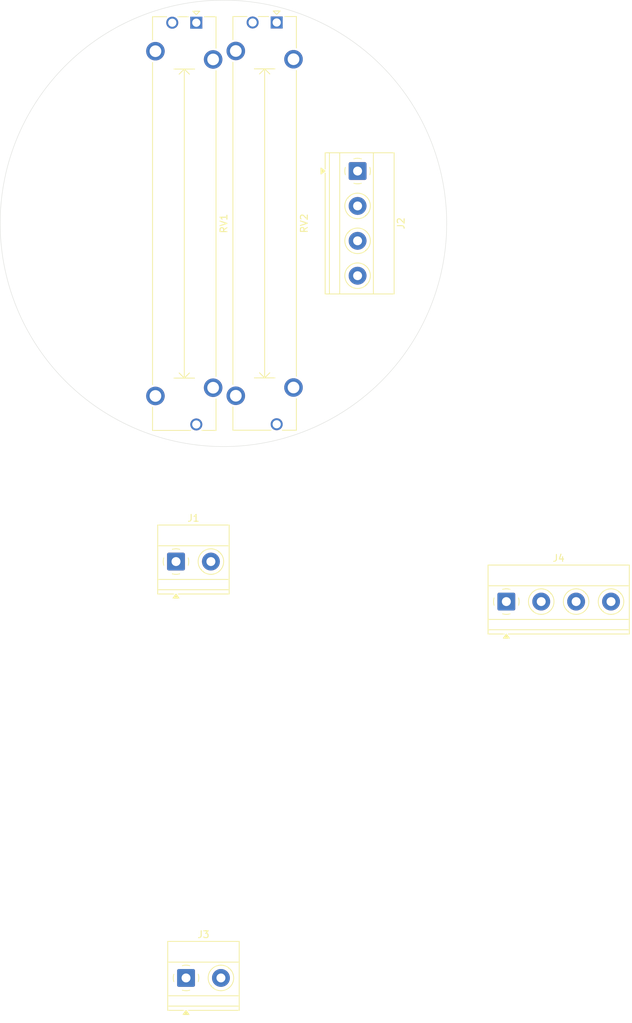
<source format=kicad_pcb>
(kicad_pcb (version 20241229) (generator "pcbnew") (generator_version "9.0")
  (layers (0 "F.Cu" signal) (2 "B.Cu" signal) (13 "F.Paste" user) (15 "B.Paste" user) (5 "F.SilkS" user "F.Silkscreen") (7 "B.SilkS" user "B.Silkscreen") (1 "F.Mask" user) (3 "B.Mask" user) (25 "Edge.Cuts" user))
  (net 0 "")
  (net 1 "+24V")
  (net 2 "Net-(J1-Pin_2)")
  (net 3 "Net-(J2-Pin_1)")
  (net 4 "Net-(J2-Pin_2)")
  (net 5 "Net-(J2-Pin_4)")
  (net 6 "Net-(J2-Pin_3)")
  (footprint "Potentiometer_THT:Potentiometer_Bourns_PTA4543_Single_Slide" (layer "F.Cu") (at 125.45 38.35 -90)
    (property "Reference" "RV2" (at 29.25 -4 90) (layer "F.SilkS"))
    (property "Value" "10k")
    (fp_line (start -0.87 6.37) (end 2.515 6.37) (stroke (width 0.12)) (layer "F.SilkS"))
    (fp_line (start 5.786 6.37) (end 52.715 6.37) (stroke (width 0.12)) (layer "F.SilkS"))
    (fp_line (start 55.986 6.37) (end 59.37 6.37) (stroke (width 0.12)) (layer "F.SilkS"))
    (fp_line (start -0.87 4.323) (end -0.87 6.37) (stroke (width 0.12)) (layer "F.SilkS"))
    (fp_line (start 6.75 1.75) (end 7.5 2.5) (stroke (width 0.12)) (layer "F.SilkS"))
    (fp_line (start 6.75 1.75) (end 51.75 1.75) (stroke (width 0.12)) (layer "F.SilkS"))
    (fp_line (start 51.75 1.75) (end 51 2.5) (stroke (width 0.12)) (layer "F.SilkS"))
    (fp_line (start -0.87 1.175) (end -0.87 2.678) (stroke (width 0.12)) (layer "F.SilkS"))
    (fp_line (start 7.5 1) (end 6.75 1.75) (stroke (width 0.12)) (layer "F.SilkS"))
    (fp_line (start 51 1) (end 51.75 1.75) (stroke (width 0.12)) (layer "F.SilkS"))
    (fp_line (start 59.37 0.823) (end 59.37 6.37) (stroke (width 0.12)) (layer "F.SilkS"))
    (fp_line (start -1.675 0.5) (end -1.175 0) (stroke (width 0.12)) (layer "F.SilkS"))
    (fp_line (start 6.75 0.25) (end 6.75 3.25) (stroke (width 0.12)) (layer "F.SilkS"))
    (fp_line (start 51.75 0.25) (end 51.75 3.25) (stroke (width 0.12)) (layer "F.SilkS"))
    (fp_line (start -1.175 0) (end -1.675 -0.5) (stroke (width 0.12)) (layer "F.SilkS"))
    (fp_line (start -1.675 -0.5) (end -1.675 0.5) (stroke (width 0.12)) (layer "F.SilkS"))
    (fp_line (start -0.87 -2.87) (end -0.87 -1.175) (stroke (width 0.12)) (layer "F.SilkS"))
    (fp_line (start -0.87 -2.87) (end 3.715 -2.87) (stroke (width 0.12)) (layer "F.SilkS"))
    (fp_line (start 6.986 -2.87) (end 51.515 -2.87) (stroke (width 0.12)) (layer "F.SilkS"))
    (fp_line (start 54.786 -2.87) (end 59.37 -2.87) (stroke (width 0.12)) (layer "F.SilkS"))
    (fp_line (start 59.37 -2.87) (end 59.37 -0.823) (stroke (width 0.12)) (layer "F.SilkS"))
    (pad "1" thru_hole rect (at 0 0 270) (size 1.75 1.75) (drill 1.2) (layers "*.Cu" "*.Mask") (net 5 "Net-(J2-Pin_4)"))
    (pad "2" thru_hole circle (at 0 3.5 270) (size 1.75 1.75) (drill 1.2) (layers "*.Cu" "*.Mask") (net 4 "Net-(J2-Pin_2)"))
    (pad "3" thru_hole circle (at 58.5 0 270) (size 1.75 1.75) (drill 1.2) (layers "*.Cu" "*.Mask") (net 3 "Net-(J2-Pin_1)"))
    (pad "MP" thru_hole circle (at 4.15 5.95 270) (size 2.7 2.7) (drill 1.7) (layers "*.Cu" "*.Mask") (net 3 "Net-(J2-Pin_1)"))
    (pad "MP" thru_hole circle (at 5.35 -2.45 270) (size 2.7 2.7) (drill 1.7) (layers "*.Cu" "*.Mask") (net 3 "Net-(J2-Pin_1)"))
    (pad "MP" thru_hole circle (at 53.15 -2.45 270) (size 2.7 2.7) (drill 1.7) (layers "*.Cu" "*.Mask") (net 3 "Net-(J2-Pin_1)"))
    (pad "MP" thru_hole circle (at 54.35 5.95 270) (size 2.7 2.7) (drill 1.7) (layers "*.Cu" "*.Mask") (net 3 "Net-(J2-Pin_1)"))
  )
  (footprint "TerminalBlock_Phoenix:TerminalBlock_Phoenix_MKDS-1,5-4-5.08_1x04_P5.08mm_Horizontal" (layer "F.Cu") (at 137.2275 59.98 -90)
    (property "Reference" "J2" (at 7.62 -6.32 90) (layer "F.SilkS"))
    (property "Value" "toDriverBoard")
    (fp_line (start -2.66 4.72) (end -0.3 4.72) (stroke (width 0.12)) (layer "F.SilkS"))
    (fp_line (start 0.3 4.72) (end 17.9 4.72) (stroke (width 0.12)) (layer "F.SilkS"))
    (fp_line (start -2.66 4.1) (end 17.9 4.1) (stroke (width 0.12)) (layer "F.SilkS"))
    (fp_line (start -2.66 2.6) (end 17.9 2.6) (stroke (width 0.12)) (layer "F.SilkS"))
    (fp_line (start 3.94 1.367) (end 3.896 1.41) (stroke (width 0.12)) (layer "F.SilkS"))
    (fp_line (start 9.02 1.367) (end 8.976 1.41) (stroke (width 0.12)) (layer "F.SilkS"))
    (fp_line (start 14.1 1.367) (end 14.056 1.41) (stroke (width 0.12)) (layer "F.SilkS"))
    (fp_line (start 3.713 1.14) (end 3.669 1.183) (stroke (width 0.12)) (layer "F.SilkS"))
    (fp_line (start 8.793 1.14) (end 8.749 1.183) (stroke (width 0.12)) (layer "F.SilkS"))
    (fp_line (start 13.873 1.14) (end 13.829 1.183) (stroke (width 0.12)) (layer "F.SilkS"))
    (fp_line (start 6.491 -1.184) (end 6.447 -1.14) (stroke (width 0.12)) (layer "F.SilkS"))
    (fp_line (start 11.571 -1.184) (end 11.527 -1.14) (stroke (width 0.12)) (layer "F.SilkS"))
    (fp_line (start 16.651 -1.184) (end 16.607 -1.14) (stroke (width 0.12)) (layer "F.SilkS"))
    (fp_line (start 6.264 -1.411) (end 6.22 -1.367) (stroke (width 0.12)) (layer "F.SilkS"))
    (fp_line (start 11.344 -1.411) (end 11.3 -1.367) (stroke (width 0.12)) (layer "F.SilkS"))
    (fp_line (start 16.424 -1.411) (end 16.38 -1.367) (stroke (width 0.12)) (layer "F.SilkS"))
    (fp_line (start -2.66 -2.3) (end 17.9 -2.3) (stroke (width 0.12)) (layer "F.SilkS"))
    (fp_line (start -2.66 -5.32) (end -2.66 4.72) (stroke (width 0.12)) (layer "F.SilkS"))
    (fp_line (start -2.66 -5.32) (end 17.9 -5.32) (stroke (width 0.12)) (layer "F.SilkS"))
    (fp_line (start 17.9 -5.32) (end 17.9 4.72) (stroke (width 0.12)) (layer "F.SilkS"))
    (fp_arc (start 0.54 1.78) (mid 0.000355 1.860107) (end -0.539321 1.780206) (stroke (width 0.12)) (layer "F.SilkS"))
    (fp_arc (start -1.78 0.54) (mid -1.860107 0.000355) (end -1.780206 -0.539321) (stroke (width 0.12)) (layer "F.SilkS"))
    (fp_arc (start 1.78 -0.54) (mid 1.860107 -0.000355) (end 1.780206 0.539321) (stroke (width 0.12)) (layer "F.SilkS"))
    (fp_arc (start -0.54 -1.78) (mid -0.000355 -1.860107) (end 0.539321 -1.780206) (stroke (width 0.12)) (layer "F.SilkS"))
    (fp_circle (center 5.08 0) (end 6.94 0) (stroke (width 0.12)) (fill no) (layer "F.SilkS"))
    (fp_circle (center 10.16 0) (end 12.02 0) (stroke (width 0.12)) (fill no) (layer "F.SilkS"))
    (fp_circle (center 15.24 0) (end 17.1 0) (stroke (width 0.12)) (fill no) (layer "F.SilkS"))
    (fp_poly (pts (xy 0 4.72) (xy 0.44 5.33) (xy -0.44 5.33) (xy 0 4.72)) (stroke (width 0.12)) (fill yes) (layer "F.SilkS"))
    (pad "1" thru_hole roundrect (at 0 0 270) (size 2.6 2.6) (drill 1.3) (layers "*.Cu" "*.Mask") (roundrect_rratio 0.096154) (net 3 "Net-(J2-Pin_1)"))
    (pad "2" thru_hole circle (at 5.08 0 270) (size 2.6 2.6) (drill 1.3) (layers "*.Cu" "*.Mask") (net 4 "Net-(J2-Pin_2)"))
    (pad "3" thru_hole circle (at 10.16 0 270) (size 2.6 2.6) (drill 1.3) (layers "*.Cu" "*.Mask") (net 6 "Net-(J2-Pin_3)"))
    (pad "4" thru_hole circle (at 15.24 0 270) (size 2.6 2.6) (drill 1.3) (layers "*.Cu" "*.Mask") (net 5 "Net-(J2-Pin_4)"))
  )
  (footprint "TerminalBlock_Phoenix:TerminalBlock_Phoenix_MKDS-1,5-4-5.08_1x04_P5.08mm_Horizontal" (layer "F.Cu") (at 158.88 122.6725)
    (property "Reference" "J4" (at 7.62 -6.32 0) (layer "F.SilkS"))
    (property "Value" "fromPotmeter")
    (fp_line (start -2.66 -5.32) (end -2.66 4.72) (stroke (width 0.12)) (layer "F.SilkS"))
    (fp_line (start -2.66 -5.32) (end 17.9 -5.32) (stroke (width 0.12)) (layer "F.SilkS"))
    (fp_line (start -2.66 -2.3) (end 17.9 -2.3) (stroke (width 0.12)) (layer "F.SilkS"))
    (fp_line (start -2.66 2.6) (end 17.9 2.6) (stroke (width 0.12)) (layer "F.SilkS"))
    (fp_line (start -2.66 4.1) (end 17.9 4.1) (stroke (width 0.12)) (layer "F.SilkS"))
    (fp_line (start -2.66 4.72) (end -0.3 4.72) (stroke (width 0.12)) (layer "F.SilkS"))
    (fp_line (start 0.3 4.72) (end 17.9 4.72) (stroke (width 0.12)) (layer "F.SilkS"))
    (fp_line (start 3.713 1.14) (end 3.669 1.183) (stroke (width 0.12)) (layer "F.SilkS"))
    (fp_line (start 3.94 1.367) (end 3.896 1.41) (stroke (width 0.12)) (layer "F.SilkS"))
    (fp_line (start 6.264 -1.411) (end 6.22 -1.367) (stroke (width 0.12)) (layer "F.SilkS"))
    (fp_line (start 6.491 -1.184) (end 6.447 -1.14) (stroke (width 0.12)) (layer "F.SilkS"))
    (fp_line (start 8.793 1.14) (end 8.749 1.183) (stroke (width 0.12)) (layer "F.SilkS"))
    (fp_line (start 9.02 1.367) (end 8.976 1.41) (stroke (width 0.12)) (layer "F.SilkS"))
    (fp_line (start 11.344 -1.411) (end 11.3 -1.367) (stroke (width 0.12)) (layer "F.SilkS"))
    (fp_line (start 11.571 -1.184) (end 11.527 -1.14) (stroke (width 0.12)) (layer "F.SilkS"))
    (fp_line (start 13.873 1.14) (end 13.829 1.183) (stroke (width 0.12)) (layer "F.SilkS"))
    (fp_line (start 14.1 1.367) (end 14.056 1.41) (stroke (width 0.12)) (layer "F.SilkS"))
    (fp_line (start 16.424 -1.411) (end 16.38 -1.367) (stroke (width 0.12)) (layer "F.SilkS"))
    (fp_line (start 16.651 -1.184) (end 16.607 -1.14) (stroke (width 0.12)) (layer "F.SilkS"))
    (fp_line (start 17.9 -5.32) (end 17.9 4.72) (stroke (width 0.12)) (layer "F.SilkS"))
    (fp_arc (start -1.78 0.54) (mid -1.860107 0.000355) (end -1.780206 -0.539321) (stroke (width 0.12)) (layer "F.SilkS"))
    (fp_arc (start -0.54 -1.78) (mid -0.000355 -1.860107) (end 0.539321 -1.780206) (stroke (width 0.12)) (layer "F.SilkS"))
    (fp_arc (start 0.54 1.78) (mid 0.000355 1.860107) (end -0.539321 1.780206) (stroke (width 0.12)) (layer "F.SilkS"))
    (fp_arc (start 1.78 -0.54) (mid 1.860107 -0.000355) (end 1.780206 0.539321) (stroke (width 0.12)) (layer "F.SilkS"))
    (fp_circle (center 5.08 0) (end 6.94 0) (stroke (width 0.12)) (fill no) (layer "F.SilkS"))
    (fp_circle (center 10.16 0) (end 12.02 0) (stroke (width 0.12)) (fill no) (layer "F.SilkS"))
    (fp_circle (center 15.24 0) (end 17.1 0) (stroke (width 0.12)) (fill no) (layer "F.SilkS"))
    (fp_poly (pts (xy 0 4.72) (xy 0.44 5.33) (xy -0.44 5.33) (xy 0 4.72)) (stroke (width 0.12)) (fill yes) (layer "F.SilkS"))
    (pad "1" thru_hole roundrect (at 0 0) (size 2.6 2.6) (drill 1.3) (layers "*.Cu" "*.Mask") (roundrect_rratio 0.096154) (net 3 "Net-(J2-Pin_1)"))
    (pad "2" thru_hole circle (at 5.08 0) (size 2.6 2.6) (drill 1.3) (layers "*.Cu" "*.Mask") (net 4 "Net-(J2-Pin_2)"))
    (pad "3" thru_hole circle (at 10.16 0) (size 2.6 2.6) (drill 1.3) (layers "*.Cu" "*.Mask") (net 6 "Net-(J2-Pin_3)"))
    (pad "4" thru_hole circle (at 15.24 0) (size 2.6 2.6) (drill 1.3) (layers "*.Cu" "*.Mask") (net 5 "Net-(J2-Pin_4)"))
  )
  (footprint "TerminalBlock_Phoenix:TerminalBlock_Phoenix_MKDS-1,5-2-5.08_1x02_P5.08mm_Horizontal" (layer "F.Cu") (at 110.795 116.845)
    (property "Reference" "J1" (at 2.54 -6.32 0) (layer "F.SilkS"))
    (property "Value" "FromConverter")
    (fp_line (start -2.66 -5.32) (end -2.66 4.72) (stroke (width 0.12)) (layer "F.SilkS"))
    (fp_line (start -2.66 -5.32) (end 7.74 -5.32) (stroke (width 0.12)) (layer "F.SilkS"))
    (fp_line (start -2.66 -2.3) (end 7.74 -2.3) (stroke (width 0.12)) (layer "F.SilkS"))
    (fp_line (start -2.66 2.6) (end 7.74 2.6) (stroke (width 0.12)) (layer "F.SilkS"))
    (fp_line (start -2.66 4.1) (end 7.74 4.1) (stroke (width 0.12)) (layer "F.SilkS"))
    (fp_line (start -2.66 4.72) (end -0.3 4.72) (stroke (width 0.12)) (layer "F.SilkS"))
    (fp_line (start 0.3 4.72) (end 7.74 4.72) (stroke (width 0.12)) (layer "F.SilkS"))
    (fp_line (start 3.713 1.14) (end 3.669 1.183) (stroke (width 0.12)) (layer "F.SilkS"))
    (fp_line (start 3.94 1.367) (end 3.896 1.41) (stroke (width 0.12)) (layer "F.SilkS"))
    (fp_line (start 6.264 -1.411) (end 6.22 -1.367) (stroke (width 0.12)) (layer "F.SilkS"))
    (fp_line (start 6.491 -1.184) (end 6.447 -1.14) (stroke (width 0.12)) (layer "F.SilkS"))
    (fp_line (start 7.74 -5.32) (end 7.74 4.72) (stroke (width 0.12)) (layer "F.SilkS"))
    (fp_arc (start -1.78 0.54) (mid -1.860107 0.000355) (end -1.780206 -0.539321) (stroke (width 0.12)) (layer "F.SilkS"))
    (fp_arc (start -0.54 -1.78) (mid -0.000355 -1.860107) (end 0.539321 -1.780206) (stroke (width 0.12)) (layer "F.SilkS"))
    (fp_arc (start 0.54 1.78) (mid 0.000355 1.860107) (end -0.539321 1.780206) (stroke (width 0.12)) (layer "F.SilkS"))
    (fp_arc (start 1.78 -0.54) (mid 1.860107 -0.000355) (end 1.780206 0.539321) (stroke (width 0.12)) (layer "F.SilkS"))
    (fp_circle (center 5.08 0) (end 6.94 0) (stroke (width 0.12)) (fill no) (layer "F.SilkS"))
    (fp_poly (pts (xy 0 4.72) (xy 0.44 5.33) (xy -0.44 5.33) (xy 0 4.72)) (stroke (width 0.12)) (fill yes) (layer "F.SilkS"))
    (pad "1" thru_hole roundrect (at 0 0) (size 2.6 2.6) (drill 1.3) (layers "*.Cu" "*.Mask") (roundrect_rratio 0.096154) (net 1 "+24V"))
    (pad "2" thru_hole circle (at 5.08 0) (size 2.6 2.6) (drill 1.3) (layers "*.Cu" "*.Mask") (net 2 "Net-(J1-Pin_2)"))
  )
  (footprint "TerminalBlock_Phoenix:TerminalBlock_Phoenix_MKDS-1,5-2-5.08_1x02_P5.08mm_Horizontal" (layer "F.Cu") (at 112.255 177.4725)
    (property "Reference" "J3" (at 2.54 -6.32 0) (layer "F.SilkS"))
    (property "Value" "24VtoDriverBoard")
    (fp_line (start -2.66 -5.32) (end -2.66 4.72) (stroke (width 0.12)) (layer "F.SilkS"))
    (fp_line (start -2.66 -5.32) (end 7.74 -5.32) (stroke (width 0.12)) (layer "F.SilkS"))
    (fp_line (start -2.66 -2.3) (end 7.74 -2.3) (stroke (width 0.12)) (layer "F.SilkS"))
    (fp_line (start -2.66 2.6) (end 7.74 2.6) (stroke (width 0.12)) (layer "F.SilkS"))
    (fp_line (start -2.66 4.1) (end 7.74 4.1) (stroke (width 0.12)) (layer "F.SilkS"))
    (fp_line (start -2.66 4.72) (end -0.3 4.72) (stroke (width 0.12)) (layer "F.SilkS"))
    (fp_line (start 0.3 4.72) (end 7.74 4.72) (stroke (width 0.12)) (layer "F.SilkS"))
    (fp_line (start 3.713 1.14) (end 3.669 1.183) (stroke (width 0.12)) (layer "F.SilkS"))
    (fp_line (start 3.94 1.367) (end 3.896 1.41) (stroke (width 0.12)) (layer "F.SilkS"))
    (fp_line (start 6.264 -1.411) (end 6.22 -1.367) (stroke (width 0.12)) (layer "F.SilkS"))
    (fp_line (start 6.491 -1.184) (end 6.447 -1.14) (stroke (width 0.12)) (layer "F.SilkS"))
    (fp_line (start 7.74 -5.32) (end 7.74 4.72) (stroke (width 0.12)) (layer "F.SilkS"))
    (fp_arc (start -1.78 0.54) (mid -1.860107 0.000355) (end -1.780206 -0.539321) (stroke (width 0.12)) (layer "F.SilkS"))
    (fp_arc (start -0.54 -1.78) (mid -0.000355 -1.860107) (end 0.539321 -1.780206) (stroke (width 0.12)) (layer "F.SilkS"))
    (fp_arc (start 0.54 1.78) (mid 0.000355 1.860107) (end -0.539321 1.780206) (stroke (width 0.12)) (layer "F.SilkS"))
    (fp_arc (start 1.78 -0.54) (mid 1.860107 -0.000355) (end 1.780206 0.539321) (stroke (width 0.12)) (layer "F.SilkS"))
    (fp_circle (center 5.08 0) (end 6.94 0) (stroke (width 0.12)) (fill no) (layer "F.SilkS"))
    (fp_poly (pts (xy 0 4.72) (xy 0.44 5.33) (xy -0.44 5.33) (xy 0 4.72)) (stroke (width 0.12)) (fill yes) (layer "F.SilkS"))
    (pad "1" thru_hole roundrect (at 0 0) (size 2.6 2.6) (drill 1.3) (layers "*.Cu" "*.Mask") (roundrect_rratio 0.096154) (net 2 "Net-(J1-Pin_2)"))
    (pad "2" thru_hole circle (at 5.08 0) (size 2.6 2.6) (drill 1.3) (layers "*.Cu" "*.Mask") (net 1 "+24V"))
  )
  (footprint "Potentiometer_THT:Potentiometer_Bourns_PTA4543_Single_Slide" (layer "F.Cu") (at 113.75 38.38 -90)
    (property "Reference" "RV1" (at 29.25 -4 90) (layer "F.SilkS"))
    (property "Value" "10k")
    (fp_line (start -0.87 6.37) (end 2.515 6.37) (stroke (width 0.12)) (layer "F.SilkS"))
    (fp_line (start 5.786 6.37) (end 52.715 6.37) (stroke (width 0.12)) (layer "F.SilkS"))
    (fp_line (start 55.986 6.37) (end 59.37 6.37) (stroke (width 0.12)) (layer "F.SilkS"))
    (fp_line (start -0.87 4.323) (end -0.87 6.37) (stroke (width 0.12)) (layer "F.SilkS"))
    (fp_line (start 6.75 1.75) (end 7.5 2.5) (stroke (width 0.12)) (layer "F.SilkS"))
    (fp_line (start 6.75 1.75) (end 51.75 1.75) (stroke (width 0.12)) (layer "F.SilkS"))
    (fp_line (start 51.75 1.75) (end 51 2.5) (stroke (width 0.12)) (layer "F.SilkS"))
    (fp_line (start -0.87 1.175) (end -0.87 2.678) (stroke (width 0.12)) (layer "F.SilkS"))
    (fp_line (start 7.5 1) (end 6.75 1.75) (stroke (width 0.12)) (layer "F.SilkS"))
    (fp_line (start 51 1) (end 51.75 1.75) (stroke (width 0.12)) (layer "F.SilkS"))
    (fp_line (start 59.37 0.823) (end 59.37 6.37) (stroke (width 0.12)) (layer "F.SilkS"))
    (fp_line (start -1.675 0.5) (end -1.175 0) (stroke (width 0.12)) (layer "F.SilkS"))
    (fp_line (start 6.75 0.25) (end 6.75 3.25) (stroke (width 0.12)) (layer "F.SilkS"))
    (fp_line (start 51.75 0.25) (end 51.75 3.25) (stroke (width 0.12)) (layer "F.SilkS"))
    (fp_line (start -1.175 0) (end -1.675 -0.5) (stroke (width 0.12)) (layer "F.SilkS"))
    (fp_line (start -1.675 -0.5) (end -1.675 0.5) (stroke (width 0.12)) (layer "F.SilkS"))
    (fp_line (start -0.87 -2.87) (end -0.87 -1.175) (stroke (width 0.12)) (layer "F.SilkS"))
    (fp_line (start -0.87 -2.87) (end 3.715 -2.87) (stroke (width 0.12)) (layer "F.SilkS"))
    (fp_line (start 6.986 -2.87) (end 51.515 -2.87) (stroke (width 0.12)) (layer "F.SilkS"))
    (fp_line (start 54.786 -2.87) (end 59.37 -2.87) (stroke (width 0.12)) (layer "F.SilkS"))
    (fp_line (start 59.37 -2.87) (end 59.37 -0.823) (stroke (width 0.12)) (layer "F.SilkS"))
    (pad "1" thru_hole rect (at 0 0 270) (size 1.75 1.75) (drill 1.2) (layers "*.Cu" "*.Mask") (net 5 "Net-(J2-Pin_4)"))
    (pad "2" thru_hole circle (at 0 3.5 270) (size 1.75 1.75) (drill 1.2) (layers "*.Cu" "*.Mask") (net 6 "Net-(J2-Pin_3)"))
    (pad "3" thru_hole circle (at 58.5 0 270) (size 1.75 1.75) (drill 1.2) (layers "*.Cu" "*.Mask") (net 3 "Net-(J2-Pin_1)"))
    (pad "MP" thru_hole circle (at 4.15 5.95 270) (size 2.7 2.7) (drill 1.7) (layers "*.Cu" "*.Mask") (net 3 "Net-(J2-Pin_1)"))
    (pad "MP" thru_hole circle (at 5.35 -2.45 270) (size 2.7 2.7) (drill 1.7) (layers "*.Cu" "*.Mask") (net 3 "Net-(J2-Pin_1)"))
    (pad "MP" thru_hole circle (at 53.15 -2.45 270) (size 2.7 2.7) (drill 1.7) (layers "*.Cu" "*.Mask") (net 3 "Net-(J2-Pin_1)"))
    (pad "MP" thru_hole circle (at 54.35 5.95 270) (size 2.7 2.7) (drill 1.7) (layers "*.Cu" "*.Mask") (net 3 "Net-(J2-Pin_1)"))
  )
  (gr_circle (center 117.7 67.6) (end 150.2 67.6) (stroke (width 0.05)) (fill no) (layer "Edge.Cuts"))
)
</source>
